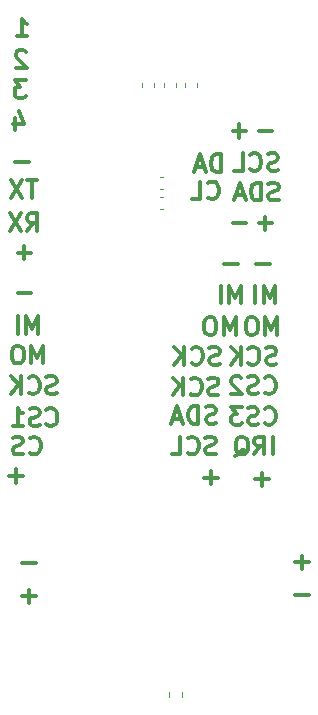
<source format=gbr>
%TF.GenerationSoftware,KiCad,Pcbnew,(6.0.5)*%
%TF.CreationDate,2022-07-28T20:20:27-06:00*%
%TF.ProjectId,transmitter,7472616e-736d-4697-9474-65722e6b6963,rev?*%
%TF.SameCoordinates,Original*%
%TF.FileFunction,Legend,Bot*%
%TF.FilePolarity,Positive*%
%FSLAX46Y46*%
G04 Gerber Fmt 4.6, Leading zero omitted, Abs format (unit mm)*
G04 Created by KiCad (PCBNEW (6.0.5)) date 2022-07-28 20:20:27*
%MOMM*%
%LPD*%
G01*
G04 APERTURE LIST*
%ADD10C,0.300000*%
%ADD11C,0.120000*%
G04 APERTURE END LIST*
D10*
X153428571Y-108007142D02*
X153214285Y-108078571D01*
X152857142Y-108078571D01*
X152714285Y-108007142D01*
X152642857Y-107935714D01*
X152571428Y-107792857D01*
X152571428Y-107650000D01*
X152642857Y-107507142D01*
X152714285Y-107435714D01*
X152857142Y-107364285D01*
X153142857Y-107292857D01*
X153285714Y-107221428D01*
X153357142Y-107150000D01*
X153428571Y-107007142D01*
X153428571Y-106864285D01*
X153357142Y-106721428D01*
X153285714Y-106650000D01*
X153142857Y-106578571D01*
X152785714Y-106578571D01*
X152571428Y-106650000D01*
X151071428Y-107935714D02*
X151142857Y-108007142D01*
X151357142Y-108078571D01*
X151500000Y-108078571D01*
X151714285Y-108007142D01*
X151857142Y-107864285D01*
X151928571Y-107721428D01*
X152000000Y-107435714D01*
X152000000Y-107221428D01*
X151928571Y-106935714D01*
X151857142Y-106792857D01*
X151714285Y-106650000D01*
X151500000Y-106578571D01*
X151357142Y-106578571D01*
X151142857Y-106650000D01*
X151071428Y-106721428D01*
X150428571Y-108078571D02*
X150428571Y-106578571D01*
X149571428Y-108078571D02*
X150214285Y-107221428D01*
X149571428Y-106578571D02*
X150428571Y-107435714D01*
X158285714Y-105578571D02*
X158285714Y-104078571D01*
X157785714Y-105150000D01*
X157285714Y-104078571D01*
X157285714Y-105578571D01*
X156285714Y-104078571D02*
X156000000Y-104078571D01*
X155857142Y-104150000D01*
X155714285Y-104292857D01*
X155642857Y-104578571D01*
X155642857Y-105078571D01*
X155714285Y-105364285D01*
X155857142Y-105507142D01*
X156000000Y-105578571D01*
X156285714Y-105578571D01*
X156428571Y-105507142D01*
X156571428Y-105364285D01*
X156642857Y-105078571D01*
X156642857Y-104578571D01*
X156571428Y-104292857D01*
X156428571Y-104150000D01*
X156285714Y-104078571D01*
X157935714Y-115678571D02*
X157935714Y-114178571D01*
X156364285Y-115678571D02*
X156864285Y-114964285D01*
X157221428Y-115678571D02*
X157221428Y-114178571D01*
X156650000Y-114178571D01*
X156507142Y-114250000D01*
X156435714Y-114321428D01*
X156364285Y-114464285D01*
X156364285Y-114678571D01*
X156435714Y-114821428D01*
X156507142Y-114892857D01*
X156650000Y-114964285D01*
X157221428Y-114964285D01*
X154721428Y-115821428D02*
X154864285Y-115750000D01*
X155007142Y-115607142D01*
X155221428Y-115392857D01*
X155364285Y-115321428D01*
X155507142Y-115321428D01*
X155435714Y-115678571D02*
X155578571Y-115607142D01*
X155721428Y-115464285D01*
X155792857Y-115178571D01*
X155792857Y-114678571D01*
X155721428Y-114392857D01*
X155578571Y-114250000D01*
X155435714Y-114178571D01*
X155150000Y-114178571D01*
X155007142Y-114250000D01*
X154864285Y-114392857D01*
X154792857Y-114678571D01*
X154792857Y-115178571D01*
X154864285Y-115464285D01*
X155007142Y-115607142D01*
X155150000Y-115678571D01*
X155435714Y-115678571D01*
X155257142Y-102878571D02*
X155257142Y-101378571D01*
X154757142Y-102450000D01*
X154257142Y-101378571D01*
X154257142Y-102878571D01*
X153542857Y-102878571D02*
X153542857Y-101378571D01*
X139628571Y-110507142D02*
X139414285Y-110578571D01*
X139057142Y-110578571D01*
X138914285Y-110507142D01*
X138842857Y-110435714D01*
X138771428Y-110292857D01*
X138771428Y-110150000D01*
X138842857Y-110007142D01*
X138914285Y-109935714D01*
X139057142Y-109864285D01*
X139342857Y-109792857D01*
X139485714Y-109721428D01*
X139557142Y-109650000D01*
X139628571Y-109507142D01*
X139628571Y-109364285D01*
X139557142Y-109221428D01*
X139485714Y-109150000D01*
X139342857Y-109078571D01*
X138985714Y-109078571D01*
X138771428Y-109150000D01*
X137271428Y-110435714D02*
X137342857Y-110507142D01*
X137557142Y-110578571D01*
X137700000Y-110578571D01*
X137914285Y-110507142D01*
X138057142Y-110364285D01*
X138128571Y-110221428D01*
X138200000Y-109935714D01*
X138200000Y-109721428D01*
X138128571Y-109435714D01*
X138057142Y-109292857D01*
X137914285Y-109150000D01*
X137700000Y-109078571D01*
X137557142Y-109078571D01*
X137342857Y-109150000D01*
X137271428Y-109221428D01*
X136628571Y-110578571D02*
X136628571Y-109078571D01*
X135771428Y-110578571D02*
X136414285Y-109721428D01*
X135771428Y-109078571D02*
X136628571Y-109935714D01*
X152442857Y-93935714D02*
X152514285Y-94007142D01*
X152728571Y-94078571D01*
X152871428Y-94078571D01*
X153085714Y-94007142D01*
X153228571Y-93864285D01*
X153300000Y-93721428D01*
X153371428Y-93435714D01*
X153371428Y-93221428D01*
X153300000Y-92935714D01*
X153228571Y-92792857D01*
X153085714Y-92650000D01*
X152871428Y-92578571D01*
X152728571Y-92578571D01*
X152514285Y-92650000D01*
X152442857Y-92721428D01*
X151085714Y-94078571D02*
X151800000Y-94078571D01*
X151800000Y-92578571D01*
X155671428Y-88292857D02*
X154528571Y-88292857D01*
X155100000Y-87721428D02*
X155100000Y-88864285D01*
X137028571Y-81621428D02*
X136957142Y-81550000D01*
X136814285Y-81478571D01*
X136457142Y-81478571D01*
X136314285Y-81550000D01*
X136242857Y-81621428D01*
X136171428Y-81764285D01*
X136171428Y-81907142D01*
X136242857Y-82121428D01*
X137100000Y-82978571D01*
X136171428Y-82978571D01*
X154971428Y-99592857D02*
X153828571Y-99592857D01*
X136771428Y-117492857D02*
X135628571Y-117492857D01*
X136200000Y-116921428D02*
X136200000Y-118064285D01*
X158421428Y-94107142D02*
X158207142Y-94178571D01*
X157850000Y-94178571D01*
X157707142Y-94107142D01*
X157635714Y-94035714D01*
X157564285Y-93892857D01*
X157564285Y-93750000D01*
X157635714Y-93607142D01*
X157707142Y-93535714D01*
X157850000Y-93464285D01*
X158135714Y-93392857D01*
X158278571Y-93321428D01*
X158350000Y-93250000D01*
X158421428Y-93107142D01*
X158421428Y-92964285D01*
X158350000Y-92821428D01*
X158278571Y-92750000D01*
X158135714Y-92678571D01*
X157778571Y-92678571D01*
X157564285Y-92750000D01*
X156921428Y-94178571D02*
X156921428Y-92678571D01*
X156564285Y-92678571D01*
X156350000Y-92750000D01*
X156207142Y-92892857D01*
X156135714Y-93035714D01*
X156064285Y-93321428D01*
X156064285Y-93535714D01*
X156135714Y-93821428D01*
X156207142Y-93964285D01*
X156350000Y-94107142D01*
X156564285Y-94178571D01*
X156921428Y-94178571D01*
X155492857Y-93750000D02*
X154778571Y-93750000D01*
X155635714Y-94178571D02*
X155135714Y-92678571D01*
X154635714Y-94178571D01*
X157571428Y-117792857D02*
X156428571Y-117792857D01*
X157000000Y-117221428D02*
X157000000Y-118364285D01*
X138485714Y-107978571D02*
X138485714Y-106478571D01*
X137985714Y-107550000D01*
X137485714Y-106478571D01*
X137485714Y-107978571D01*
X136485714Y-106478571D02*
X136200000Y-106478571D01*
X136057142Y-106550000D01*
X135914285Y-106692857D01*
X135842857Y-106978571D01*
X135842857Y-107478571D01*
X135914285Y-107764285D01*
X136057142Y-107907142D01*
X136200000Y-107978571D01*
X136485714Y-107978571D01*
X136628571Y-107907142D01*
X136771428Y-107764285D01*
X136842857Y-107478571D01*
X136842857Y-106978571D01*
X136771428Y-106692857D01*
X136628571Y-106550000D01*
X136485714Y-106478571D01*
X153085714Y-115607142D02*
X152871428Y-115678571D01*
X152514285Y-115678571D01*
X152371428Y-115607142D01*
X152300000Y-115535714D01*
X152228571Y-115392857D01*
X152228571Y-115250000D01*
X152300000Y-115107142D01*
X152371428Y-115035714D01*
X152514285Y-114964285D01*
X152800000Y-114892857D01*
X152942857Y-114821428D01*
X153014285Y-114750000D01*
X153085714Y-114607142D01*
X153085714Y-114464285D01*
X153014285Y-114321428D01*
X152942857Y-114250000D01*
X152800000Y-114178571D01*
X152442857Y-114178571D01*
X152228571Y-114250000D01*
X150728571Y-115535714D02*
X150800000Y-115607142D01*
X151014285Y-115678571D01*
X151157142Y-115678571D01*
X151371428Y-115607142D01*
X151514285Y-115464285D01*
X151585714Y-115321428D01*
X151657142Y-115035714D01*
X151657142Y-114821428D01*
X151585714Y-114535714D01*
X151514285Y-114392857D01*
X151371428Y-114250000D01*
X151157142Y-114178571D01*
X151014285Y-114178571D01*
X150800000Y-114250000D01*
X150728571Y-114321428D01*
X149371428Y-115678571D02*
X150085714Y-115678571D01*
X150085714Y-114178571D01*
X159828571Y-124807142D02*
X160971428Y-124807142D01*
X160400000Y-125378571D02*
X160400000Y-124235714D01*
X157671428Y-99592857D02*
X156528571Y-99592857D01*
X154785714Y-105578571D02*
X154785714Y-104078571D01*
X154285714Y-105150000D01*
X153785714Y-104078571D01*
X153785714Y-105578571D01*
X152785714Y-104078571D02*
X152500000Y-104078571D01*
X152357142Y-104150000D01*
X152214285Y-104292857D01*
X152142857Y-104578571D01*
X152142857Y-105078571D01*
X152214285Y-105364285D01*
X152357142Y-105507142D01*
X152500000Y-105578571D01*
X152785714Y-105578571D01*
X152928571Y-105507142D01*
X153071428Y-105364285D01*
X153142857Y-105078571D01*
X153142857Y-104578571D01*
X153071428Y-104292857D01*
X152928571Y-104150000D01*
X152785714Y-104078571D01*
X137471428Y-101992857D02*
X136328571Y-101992857D01*
X137350000Y-115535714D02*
X137421428Y-115607142D01*
X137635714Y-115678571D01*
X137778571Y-115678571D01*
X137992857Y-115607142D01*
X138135714Y-115464285D01*
X138207142Y-115321428D01*
X138278571Y-115035714D01*
X138278571Y-114821428D01*
X138207142Y-114535714D01*
X138135714Y-114392857D01*
X137992857Y-114250000D01*
X137778571Y-114178571D01*
X137635714Y-114178571D01*
X137421428Y-114250000D01*
X137350000Y-114321428D01*
X136778571Y-115607142D02*
X136564285Y-115678571D01*
X136207142Y-115678571D01*
X136064285Y-115607142D01*
X135992857Y-115535714D01*
X135921428Y-115392857D01*
X135921428Y-115250000D01*
X135992857Y-115107142D01*
X136064285Y-115035714D01*
X136207142Y-114964285D01*
X136492857Y-114892857D01*
X136635714Y-114821428D01*
X136707142Y-114750000D01*
X136778571Y-114607142D01*
X136778571Y-114464285D01*
X136707142Y-114321428D01*
X136635714Y-114250000D01*
X136492857Y-114178571D01*
X136135714Y-114178571D01*
X135921428Y-114250000D01*
X153277125Y-117648363D02*
X152134268Y-117648363D01*
X152705697Y-117076934D02*
X152705697Y-118219791D01*
X158385714Y-91607142D02*
X158171428Y-91678571D01*
X157814285Y-91678571D01*
X157671428Y-91607142D01*
X157600000Y-91535714D01*
X157528571Y-91392857D01*
X157528571Y-91250000D01*
X157600000Y-91107142D01*
X157671428Y-91035714D01*
X157814285Y-90964285D01*
X158100000Y-90892857D01*
X158242857Y-90821428D01*
X158314285Y-90750000D01*
X158385714Y-90607142D01*
X158385714Y-90464285D01*
X158314285Y-90321428D01*
X158242857Y-90250000D01*
X158100000Y-90178571D01*
X157742857Y-90178571D01*
X157528571Y-90250000D01*
X156028571Y-91535714D02*
X156100000Y-91607142D01*
X156314285Y-91678571D01*
X156457142Y-91678571D01*
X156671428Y-91607142D01*
X156814285Y-91464285D01*
X156885714Y-91321428D01*
X156957142Y-91035714D01*
X156957142Y-90821428D01*
X156885714Y-90535714D01*
X156814285Y-90392857D01*
X156671428Y-90250000D01*
X156457142Y-90178571D01*
X156314285Y-90178571D01*
X156100000Y-90250000D01*
X156028571Y-90321428D01*
X154671428Y-91678571D02*
X155385714Y-91678571D01*
X155385714Y-90178571D01*
X137942857Y-92478571D02*
X137085714Y-92478571D01*
X137514285Y-93978571D02*
X137514285Y-92478571D01*
X136728571Y-92478571D02*
X135728571Y-93978571D01*
X135728571Y-92478571D02*
X136728571Y-93978571D01*
X156728571Y-96107142D02*
X157871428Y-96107142D01*
X157300000Y-96678571D02*
X157300000Y-95535714D01*
X137871428Y-127692857D02*
X136728571Y-127692857D01*
X137300000Y-127121428D02*
X137300000Y-128264285D01*
X157871428Y-88292857D02*
X156728571Y-88292857D01*
X137000000Y-83978571D02*
X136071428Y-83978571D01*
X136571428Y-84550000D01*
X136357142Y-84550000D01*
X136214285Y-84621428D01*
X136142857Y-84692857D01*
X136071428Y-84835714D01*
X136071428Y-85192857D01*
X136142857Y-85335714D01*
X136214285Y-85407142D01*
X136357142Y-85478571D01*
X136785714Y-85478571D01*
X136928571Y-85407142D01*
X137000000Y-85335714D01*
X138764285Y-113135714D02*
X138835714Y-113207142D01*
X139050000Y-113278571D01*
X139192857Y-113278571D01*
X139407142Y-113207142D01*
X139550000Y-113064285D01*
X139621428Y-112921428D01*
X139692857Y-112635714D01*
X139692857Y-112421428D01*
X139621428Y-112135714D01*
X139550000Y-111992857D01*
X139407142Y-111850000D01*
X139192857Y-111778571D01*
X139050000Y-111778571D01*
X138835714Y-111850000D01*
X138764285Y-111921428D01*
X138192857Y-113207142D02*
X137978571Y-113278571D01*
X137621428Y-113278571D01*
X137478571Y-113207142D01*
X137407142Y-113135714D01*
X137335714Y-112992857D01*
X137335714Y-112850000D01*
X137407142Y-112707142D01*
X137478571Y-112635714D01*
X137621428Y-112564285D01*
X137907142Y-112492857D01*
X138050000Y-112421428D01*
X138121428Y-112350000D01*
X138192857Y-112207142D01*
X138192857Y-112064285D01*
X138121428Y-111921428D01*
X138050000Y-111850000D01*
X137907142Y-111778571D01*
X137550000Y-111778571D01*
X137335714Y-111850000D01*
X135907142Y-113278571D02*
X136764285Y-113278571D01*
X136335714Y-113278571D02*
X136335714Y-111778571D01*
X136478571Y-111992857D01*
X136621428Y-112135714D01*
X136764285Y-112207142D01*
X158157142Y-102878571D02*
X158157142Y-101378571D01*
X157657142Y-102450000D01*
X157157142Y-101378571D01*
X157157142Y-102878571D01*
X156442857Y-102878571D02*
X156442857Y-101378571D01*
X159828571Y-127607142D02*
X160971428Y-127607142D01*
X157264285Y-113035714D02*
X157335714Y-113107142D01*
X157550000Y-113178571D01*
X157692857Y-113178571D01*
X157907142Y-113107142D01*
X158050000Y-112964285D01*
X158121428Y-112821428D01*
X158192857Y-112535714D01*
X158192857Y-112321428D01*
X158121428Y-112035714D01*
X158050000Y-111892857D01*
X157907142Y-111750000D01*
X157692857Y-111678571D01*
X157550000Y-111678571D01*
X157335714Y-111750000D01*
X157264285Y-111821428D01*
X156692857Y-113107142D02*
X156478571Y-113178571D01*
X156121428Y-113178571D01*
X155978571Y-113107142D01*
X155907142Y-113035714D01*
X155835714Y-112892857D01*
X155835714Y-112750000D01*
X155907142Y-112607142D01*
X155978571Y-112535714D01*
X156121428Y-112464285D01*
X156407142Y-112392857D01*
X156550000Y-112321428D01*
X156621428Y-112250000D01*
X156692857Y-112107142D01*
X156692857Y-111964285D01*
X156621428Y-111821428D01*
X156550000Y-111750000D01*
X156407142Y-111678571D01*
X156050000Y-111678571D01*
X155835714Y-111750000D01*
X155335714Y-111678571D02*
X154407142Y-111678571D01*
X154907142Y-112250000D01*
X154692857Y-112250000D01*
X154550000Y-112321428D01*
X154478571Y-112392857D01*
X154407142Y-112535714D01*
X154407142Y-112892857D01*
X154478571Y-113035714D01*
X154550000Y-113107142D01*
X154692857Y-113178571D01*
X155121428Y-113178571D01*
X155264285Y-113107142D01*
X155335714Y-113035714D01*
X153328571Y-110607142D02*
X153114285Y-110678571D01*
X152757142Y-110678571D01*
X152614285Y-110607142D01*
X152542857Y-110535714D01*
X152471428Y-110392857D01*
X152471428Y-110250000D01*
X152542857Y-110107142D01*
X152614285Y-110035714D01*
X152757142Y-109964285D01*
X153042857Y-109892857D01*
X153185714Y-109821428D01*
X153257142Y-109750000D01*
X153328571Y-109607142D01*
X153328571Y-109464285D01*
X153257142Y-109321428D01*
X153185714Y-109250000D01*
X153042857Y-109178571D01*
X152685714Y-109178571D01*
X152471428Y-109250000D01*
X150971428Y-110535714D02*
X151042857Y-110607142D01*
X151257142Y-110678571D01*
X151400000Y-110678571D01*
X151614285Y-110607142D01*
X151757142Y-110464285D01*
X151828571Y-110321428D01*
X151900000Y-110035714D01*
X151900000Y-109821428D01*
X151828571Y-109535714D01*
X151757142Y-109392857D01*
X151614285Y-109250000D01*
X151400000Y-109178571D01*
X151257142Y-109178571D01*
X151042857Y-109250000D01*
X150971428Y-109321428D01*
X150328571Y-110678571D02*
X150328571Y-109178571D01*
X149471428Y-110678571D02*
X150114285Y-109821428D01*
X149471428Y-109178571D02*
X150328571Y-110035714D01*
X157264285Y-110435714D02*
X157335714Y-110507142D01*
X157550000Y-110578571D01*
X157692857Y-110578571D01*
X157907142Y-110507142D01*
X158050000Y-110364285D01*
X158121428Y-110221428D01*
X158192857Y-109935714D01*
X158192857Y-109721428D01*
X158121428Y-109435714D01*
X158050000Y-109292857D01*
X157907142Y-109150000D01*
X157692857Y-109078571D01*
X157550000Y-109078571D01*
X157335714Y-109150000D01*
X157264285Y-109221428D01*
X156692857Y-110507142D02*
X156478571Y-110578571D01*
X156121428Y-110578571D01*
X155978571Y-110507142D01*
X155907142Y-110435714D01*
X155835714Y-110292857D01*
X155835714Y-110150000D01*
X155907142Y-110007142D01*
X155978571Y-109935714D01*
X156121428Y-109864285D01*
X156407142Y-109792857D01*
X156550000Y-109721428D01*
X156621428Y-109650000D01*
X156692857Y-109507142D01*
X156692857Y-109364285D01*
X156621428Y-109221428D01*
X156550000Y-109150000D01*
X156407142Y-109078571D01*
X156050000Y-109078571D01*
X155835714Y-109150000D01*
X155264285Y-109221428D02*
X155192857Y-109150000D01*
X155050000Y-109078571D01*
X154692857Y-109078571D01*
X154550000Y-109150000D01*
X154478571Y-109221428D01*
X154407142Y-109364285D01*
X154407142Y-109507142D01*
X154478571Y-109721428D01*
X155335714Y-110578571D01*
X154407142Y-110578571D01*
X153121428Y-113007142D02*
X152907142Y-113078571D01*
X152550000Y-113078571D01*
X152407142Y-113007142D01*
X152335714Y-112935714D01*
X152264285Y-112792857D01*
X152264285Y-112650000D01*
X152335714Y-112507142D01*
X152407142Y-112435714D01*
X152550000Y-112364285D01*
X152835714Y-112292857D01*
X152978571Y-112221428D01*
X153050000Y-112150000D01*
X153121428Y-112007142D01*
X153121428Y-111864285D01*
X153050000Y-111721428D01*
X152978571Y-111650000D01*
X152835714Y-111578571D01*
X152478571Y-111578571D01*
X152264285Y-111650000D01*
X151621428Y-113078571D02*
X151621428Y-111578571D01*
X151264285Y-111578571D01*
X151050000Y-111650000D01*
X150907142Y-111792857D01*
X150835714Y-111935714D01*
X150764285Y-112221428D01*
X150764285Y-112435714D01*
X150835714Y-112721428D01*
X150907142Y-112864285D01*
X151050000Y-113007142D01*
X151264285Y-113078571D01*
X151621428Y-113078571D01*
X150192857Y-112650000D02*
X149478571Y-112650000D01*
X150335714Y-113078571D02*
X149835714Y-111578571D01*
X149335714Y-113078571D01*
X136271428Y-80278571D02*
X137128571Y-80278571D01*
X136700000Y-80278571D02*
X136700000Y-78778571D01*
X136842857Y-78992857D01*
X136985714Y-79135714D01*
X137128571Y-79207142D01*
X158228571Y-108007142D02*
X158014285Y-108078571D01*
X157657142Y-108078571D01*
X157514285Y-108007142D01*
X157442857Y-107935714D01*
X157371428Y-107792857D01*
X157371428Y-107650000D01*
X157442857Y-107507142D01*
X157514285Y-107435714D01*
X157657142Y-107364285D01*
X157942857Y-107292857D01*
X158085714Y-107221428D01*
X158157142Y-107150000D01*
X158228571Y-107007142D01*
X158228571Y-106864285D01*
X158157142Y-106721428D01*
X158085714Y-106650000D01*
X157942857Y-106578571D01*
X157585714Y-106578571D01*
X157371428Y-106650000D01*
X155871428Y-107935714D02*
X155942857Y-108007142D01*
X156157142Y-108078571D01*
X156300000Y-108078571D01*
X156514285Y-108007142D01*
X156657142Y-107864285D01*
X156728571Y-107721428D01*
X156800000Y-107435714D01*
X156800000Y-107221428D01*
X156728571Y-106935714D01*
X156657142Y-106792857D01*
X156514285Y-106650000D01*
X156300000Y-106578571D01*
X156157142Y-106578571D01*
X155942857Y-106650000D01*
X155871428Y-106721428D01*
X155228571Y-108078571D02*
X155228571Y-106578571D01*
X154371428Y-108078571D02*
X155014285Y-107221428D01*
X154371428Y-106578571D02*
X155228571Y-107435714D01*
X153535714Y-91778571D02*
X153535714Y-90278571D01*
X153178571Y-90278571D01*
X152964285Y-90350000D01*
X152821428Y-90492857D01*
X152750000Y-90635714D01*
X152678571Y-90921428D01*
X152678571Y-91135714D01*
X152750000Y-91421428D01*
X152821428Y-91564285D01*
X152964285Y-91707142D01*
X153178571Y-91778571D01*
X153535714Y-91778571D01*
X152107142Y-91350000D02*
X151392857Y-91350000D01*
X152250000Y-91778571D02*
X151750000Y-90278571D01*
X151250000Y-91778571D01*
X137271428Y-90892857D02*
X136128571Y-90892857D01*
X137871428Y-124892857D02*
X136728571Y-124892857D01*
X137150000Y-96778571D02*
X137650000Y-96064285D01*
X138007142Y-96778571D02*
X138007142Y-95278571D01*
X137435714Y-95278571D01*
X137292857Y-95350000D01*
X137221428Y-95421428D01*
X137150000Y-95564285D01*
X137150000Y-95778571D01*
X137221428Y-95921428D01*
X137292857Y-95992857D01*
X137435714Y-96064285D01*
X138007142Y-96064285D01*
X136650000Y-95278571D02*
X135650000Y-96778571D01*
X135650000Y-95278571D02*
X136650000Y-96778571D01*
X138057142Y-105478571D02*
X138057142Y-103978571D01*
X137557142Y-105050000D01*
X137057142Y-103978571D01*
X137057142Y-105478571D01*
X136342857Y-105478571D02*
X136342857Y-103978571D01*
X136114285Y-87178571D02*
X136114285Y-88178571D01*
X136471428Y-86607142D02*
X136828571Y-87678571D01*
X135900000Y-87678571D01*
X137471428Y-98592857D02*
X136328571Y-98592857D01*
X136900000Y-98021428D02*
X136900000Y-99164285D01*
X154528571Y-96107142D02*
X155671428Y-96107142D01*
D11*
%TO.C,C9*%
X148359420Y-93890000D02*
X148640580Y-93890000D01*
X148359420Y-94910000D02*
X148640580Y-94910000D01*
%TO.C,C5*%
X148690000Y-84259420D02*
X148690000Y-84540580D01*
X149710000Y-84259420D02*
X149710000Y-84540580D01*
%TO.C,C8*%
X148359420Y-92190000D02*
X148640580Y-92190000D01*
X148359420Y-93210000D02*
X148640580Y-93210000D01*
%TO.C,C4*%
X146890000Y-84259420D02*
X146890000Y-84540580D01*
X147910000Y-84259420D02*
X147910000Y-84540580D01*
%TO.C,C3*%
X150490000Y-84540580D02*
X150490000Y-84259420D01*
X151510000Y-84540580D02*
X151510000Y-84259420D01*
%TO.C,R19*%
X150222500Y-135762742D02*
X150222500Y-136237258D01*
X149177500Y-135762742D02*
X149177500Y-136237258D01*
%TD*%
M02*

</source>
